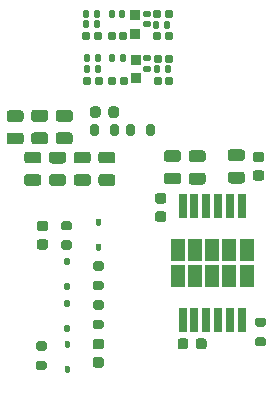
<source format=gtp>
G75*
G70*
%OFA0B0*%
%FSLAX25Y25*%
%IPPOS*%
%LPD*%
%AMOC8*
5,1,8,0,0,1.08239X$1,22.5*
%
%AMM13*
21,1,0.023620,0.018900,0.000000,-0.000000,180.000000*
21,1,0.018900,0.023620,0.000000,-0.000000,180.000000*
1,1,0.004720,-0.009450,-0.009450*
1,1,0.004720,0.009450,-0.009450*
1,1,0.004720,0.009450,0.009450*
1,1,0.004720,-0.009450,0.009450*
%
%AMM14*
21,1,0.019680,0.019680,0.000000,-0.000000,270.000000*
21,1,0.015750,0.023620,0.000000,-0.000000,270.000000*
1,1,0.003940,-0.009840,0.007870*
1,1,0.003940,-0.009840,-0.007870*
1,1,0.003940,0.009840,-0.007870*
1,1,0.003940,0.009840,0.007870*
%
%AMM15*
21,1,0.033470,0.026770,0.000000,-0.000000,270.000000*
21,1,0.026770,0.033470,0.000000,-0.000000,270.000000*
1,1,0.006690,-0.013390,0.013390*
1,1,0.006690,-0.013390,-0.013390*
1,1,0.006690,0.013390,-0.013390*
1,1,0.006690,0.013390,0.013390*
%
%AMM16*
21,1,0.019680,0.019680,0.000000,-0.000000,0.000000*
21,1,0.015750,0.023620,0.000000,-0.000000,0.000000*
1,1,0.003940,0.007870,0.009840*
1,1,0.003940,-0.007870,0.009840*
1,1,0.003940,-0.007870,-0.009840*
1,1,0.003940,0.007870,-0.009840*
%
%ADD11R,0.02559X0.07874*%
%ADD22R,0.04567X0.07677*%
%ADD44M13*%
%ADD45M14*%
%ADD46M15*%
%ADD47M16*%
X0000000Y0000000D02*
%LPD*%
G01*
G36*
G01*
X0103406Y0012165D02*
X0101240Y0012165D01*
G75*
G02*
X0100453Y0012953I0000000J0000787D01*
G01*
X0100453Y0014528D01*
G75*
G02*
X0101240Y0015315I0000787J0000000D01*
G01*
X0103406Y0015315D01*
G75*
G02*
X0104193Y0014528I0000000J-000787D01*
G01*
X0104193Y0012953D01*
G75*
G02*
X0103406Y0012165I-000787J0000000D01*
G01*
G37*
G36*
G01*
X0103406Y0018661D02*
X0101240Y0018661D01*
G75*
G02*
X0100453Y0019449I0000000J0000787D01*
G01*
X0100453Y0021024D01*
G75*
G02*
X0101240Y0021811I0000787J0000000D01*
G01*
X0103406Y0021811D01*
G75*
G02*
X0104193Y0021024I0000000J-000787D01*
G01*
X0104193Y0019449D01*
G75*
G02*
X0103406Y0018661I-000787J0000000D01*
G01*
G37*
G36*
G01*
X0018602Y0090906D02*
X0022343Y0090906D01*
G75*
G02*
X0023327Y0089921I0000000J-000984D01*
G01*
X0023327Y0087953D01*
G75*
G02*
X0022343Y0086969I-000984J0000000D01*
G01*
X0018602Y0086969D01*
G75*
G02*
X0017618Y0087953I0000000J0000984D01*
G01*
X0017618Y0089921D01*
G75*
G02*
X0018602Y0090906I0000984J0000000D01*
G01*
G37*
G36*
G01*
X0018602Y0083425D02*
X0022343Y0083425D01*
G75*
G02*
X0023327Y0082441I0000000J-000984D01*
G01*
X0023327Y0080472D01*
G75*
G02*
X0022343Y0079488I-000984J0000000D01*
G01*
X0018602Y0079488D01*
G75*
G02*
X0017618Y0080472I0000000J0000984D01*
G01*
X0017618Y0082441D01*
G75*
G02*
X0018602Y0083425I0000984J0000000D01*
G01*
G37*
G36*
G01*
X0028248Y0065669D02*
X0024508Y0065669D01*
G75*
G02*
X0023524Y0066654I0000000J0000984D01*
G01*
X0023524Y0068622D01*
G75*
G02*
X0024508Y0069606I0000984J0000000D01*
G01*
X0028248Y0069606D01*
G75*
G02*
X0029232Y0068622I0000000J-000984D01*
G01*
X0029232Y0066654D01*
G75*
G02*
X0028248Y0065669I-000984J0000000D01*
G01*
G37*
G36*
G01*
X0028248Y0073150D02*
X0024508Y0073150D01*
G75*
G02*
X0023524Y0074134I0000000J0000984D01*
G01*
X0023524Y0076102D01*
G75*
G02*
X0024508Y0077087I0000984J0000000D01*
G01*
X0028248Y0077087D01*
G75*
G02*
X0029232Y0076102I0000000J-000984D01*
G01*
X0029232Y0074134D01*
G75*
G02*
X0028248Y0073150I-000984J0000000D01*
G01*
G37*
G36*
G01*
X0034980Y0090984D02*
X0038720Y0090984D01*
G75*
G02*
X0039705Y0090000I0000000J-000984D01*
G01*
X0039705Y0088031D01*
G75*
G02*
X0038720Y0087047I-000984J0000000D01*
G01*
X0034980Y0087047D01*
G75*
G02*
X0033996Y0088031I0000000J0000984D01*
G01*
X0033996Y0090000D01*
G75*
G02*
X0034980Y0090984I0000984J0000000D01*
G01*
G37*
G36*
G01*
X0034980Y0083504D02*
X0038720Y0083504D01*
G75*
G02*
X0039705Y0082520I0000000J-000984D01*
G01*
X0039705Y0080551D01*
G75*
G02*
X0038720Y0079567I-000984J0000000D01*
G01*
X0034980Y0079567D01*
G75*
G02*
X0033996Y0080551I0000000J0000984D01*
G01*
X0033996Y0082520D01*
G75*
G02*
X0034980Y0083504I0000984J0000000D01*
G01*
G37*
G36*
G01*
X0067087Y0085366D02*
X0067087Y0083201D01*
G75*
G02*
X0066299Y0082413I-000787J0000000D01*
G01*
X0064724Y0082413D01*
G75*
G02*
X0063937Y0083201I0000000J0000787D01*
G01*
X0063937Y0085366D01*
G75*
G02*
X0064724Y0086154I0000787J0000000D01*
G01*
X0066299Y0086154D01*
G75*
G02*
X0067087Y0085366I0000000J-000787D01*
G01*
G37*
G36*
G01*
X0060591Y0085366D02*
X0060591Y0083201D01*
G75*
G02*
X0059803Y0082413I-000787J0000000D01*
G01*
X0058228Y0082413D01*
G75*
G02*
X0057441Y0083201I0000000J0000787D01*
G01*
X0057441Y0085366D01*
G75*
G02*
X0058228Y0086154I0000787J0000000D01*
G01*
X0059803Y0086154D01*
G75*
G02*
X0060591Y0085366I0000000J-000787D01*
G01*
G37*
G36*
G01*
X0055087Y0085366D02*
X0055087Y0083201D01*
G75*
G02*
X0054299Y0082413I-000787J0000000D01*
G01*
X0052724Y0082413D01*
G75*
G02*
X0051937Y0083201I0000000J0000787D01*
G01*
X0051937Y0085366D01*
G75*
G02*
X0052724Y0086154I0000787J0000000D01*
G01*
X0054299Y0086154D01*
G75*
G02*
X0055087Y0085366I0000000J-000787D01*
G01*
G37*
G36*
G01*
X0048591Y0085366D02*
X0048591Y0083201D01*
G75*
G02*
X0047803Y0082413I-000787J0000000D01*
G01*
X0046228Y0082413D01*
G75*
G02*
X0045441Y0083201I0000000J0000787D01*
G01*
X0045441Y0085366D01*
G75*
G02*
X0046228Y0086154I0000787J0000000D01*
G01*
X0047803Y0086154D01*
G75*
G02*
X0048591Y0085366I0000000J-000787D01*
G01*
G37*
G36*
G01*
X0047087Y0040610D02*
X0049252Y0040610D01*
G75*
G02*
X0050039Y0039823I0000000J-000787D01*
G01*
X0050039Y0038248D01*
G75*
G02*
X0049252Y0037461I-000787J0000000D01*
G01*
X0047087Y0037461D01*
G75*
G02*
X0046299Y0038248I0000000J0000787D01*
G01*
X0046299Y0039823D01*
G75*
G02*
X0047087Y0040610I0000787J0000000D01*
G01*
G37*
G36*
G01*
X0047087Y0034114D02*
X0049252Y0034114D01*
G75*
G02*
X0050039Y0033327I0000000J-000787D01*
G01*
X0050039Y0031752D01*
G75*
G02*
X0049252Y0030965I-000787J0000000D01*
G01*
X0047087Y0030965D01*
G75*
G02*
X0046299Y0031752I0000000J0000787D01*
G01*
X0046299Y0033327D01*
G75*
G02*
X0047087Y0034114I0000787J0000000D01*
G01*
G37*
G36*
G01*
X0083012Y0066142D02*
X0079272Y0066142D01*
G75*
G02*
X0078287Y0067126I0000000J0000984D01*
G01*
X0078287Y0069094D01*
G75*
G02*
X0079272Y0070079I0000984J0000000D01*
G01*
X0083012Y0070079D01*
G75*
G02*
X0083996Y0069094I0000000J-000984D01*
G01*
X0083996Y0067126D01*
G75*
G02*
X0083012Y0066142I-000984J0000000D01*
G01*
G37*
G36*
G01*
X0083012Y0073622D02*
X0079272Y0073622D01*
G75*
G02*
X0078287Y0074606I0000000J0000984D01*
G01*
X0078287Y0076575D01*
G75*
G02*
X0079272Y0077559I0000984J0000000D01*
G01*
X0083012Y0077559D01*
G75*
G02*
X0083996Y0076575I0000000J-000984D01*
G01*
X0083996Y0074606D01*
G75*
G02*
X0083012Y0073622I-000984J0000000D01*
G01*
G37*
G36*
G01*
X0048730Y0044094D02*
X0047844Y0044094D01*
G75*
G02*
X0047402Y0044537I0000000J0000443D01*
G01*
X0047402Y0046014D01*
G75*
G02*
X0047844Y0046457I0000443J0000000D01*
G01*
X0048730Y0046457D01*
G75*
G02*
X0049173Y0046014I0000000J-000443D01*
G01*
X0049173Y0044537D01*
G75*
G02*
X0048730Y0044094I-000443J0000000D01*
G01*
G37*
G36*
G01*
X0048730Y0052362D02*
X0047844Y0052362D01*
G75*
G02*
X0047402Y0052805I0000000J0000443D01*
G01*
X0047402Y0054281D01*
G75*
G02*
X0047844Y0054724I0000443J0000000D01*
G01*
X0048730Y0054724D01*
G75*
G02*
X0049173Y0054281I0000000J-000443D01*
G01*
X0049173Y0052805D01*
G75*
G02*
X0048730Y0052362I-000443J0000000D01*
G01*
G37*
G36*
G01*
X0037333Y0027559D02*
X0038219Y0027559D01*
G75*
G02*
X0038661Y0027116I0000000J-000443D01*
G01*
X0038661Y0025640D01*
G75*
G02*
X0038219Y0025197I-000443J0000000D01*
G01*
X0037333Y0025197D01*
G75*
G02*
X0036890Y0025640I0000000J0000443D01*
G01*
X0036890Y0027116D01*
G75*
G02*
X0037333Y0027559I0000443J0000000D01*
G01*
G37*
G36*
G01*
X0037333Y0019291D02*
X0038219Y0019291D01*
G75*
G02*
X0038661Y0018848I0000000J-000443D01*
G01*
X0038661Y0017372D01*
G75*
G02*
X0038219Y0016929I-000443J0000000D01*
G01*
X0037333Y0016929D01*
G75*
G02*
X0036890Y0017372I0000000J0000443D01*
G01*
X0036890Y0018848D01*
G75*
G02*
X0037333Y0019291I0000443J0000000D01*
G01*
G37*
G36*
G01*
X0084272Y0014016D02*
X0084272Y0012047D01*
G75*
G02*
X0083386Y0011161I-000886J0000000D01*
G01*
X0081614Y0011161D01*
G75*
G02*
X0080728Y0012047I0000000J0000886D01*
G01*
X0080728Y0014016D01*
G75*
G02*
X0081614Y0014902I0000886J0000000D01*
G01*
X0083386Y0014902D01*
G75*
G02*
X0084272Y0014016I0000000J-000886D01*
G01*
G37*
G36*
G01*
X0078169Y0014016D02*
X0078169Y0012047D01*
G75*
G02*
X0077283Y0011161I-000886J0000000D01*
G01*
X0075512Y0011161D01*
G75*
G02*
X0074626Y0012047I0000000J0000886D01*
G01*
X0074626Y0014016D01*
G75*
G02*
X0075512Y0014902I0000886J0000000D01*
G01*
X0077283Y0014902D01*
G75*
G02*
X0078169Y0014016I0000000J-000886D01*
G01*
G37*
G36*
G01*
X0028602Y0054035D02*
X0030571Y0054035D01*
G75*
G02*
X0031457Y0053150I0000000J-000886D01*
G01*
X0031457Y0051378D01*
G75*
G02*
X0030571Y0050492I-000886J0000000D01*
G01*
X0028602Y0050492D01*
G75*
G02*
X0027717Y0051378I0000000J0000886D01*
G01*
X0027717Y0053150D01*
G75*
G02*
X0028602Y0054035I0000886J0000000D01*
G01*
G37*
G36*
G01*
X0028602Y0047933D02*
X0030571Y0047933D01*
G75*
G02*
X0031457Y0047047I0000000J-000886D01*
G01*
X0031457Y0045276D01*
G75*
G02*
X0030571Y0044390I-000886J0000000D01*
G01*
X0028602Y0044390D01*
G75*
G02*
X0027717Y0045276I0000000J0000886D01*
G01*
X0027717Y0047047D01*
G75*
G02*
X0028602Y0047933I0000886J0000000D01*
G01*
G37*
G36*
G01*
X0026752Y0091024D02*
X0030492Y0091024D01*
G75*
G02*
X0031476Y0090039I0000000J-000984D01*
G01*
X0031476Y0088071D01*
G75*
G02*
X0030492Y0087087I-000984J0000000D01*
G01*
X0026752Y0087087D01*
G75*
G02*
X0025768Y0088071I0000000J0000984D01*
G01*
X0025768Y0090039D01*
G75*
G02*
X0026752Y0091024I0000984J0000000D01*
G01*
G37*
G36*
G01*
X0026752Y0083543D02*
X0030492Y0083543D01*
G75*
G02*
X0031476Y0082559I0000000J-000984D01*
G01*
X0031476Y0080591D01*
G75*
G02*
X0030492Y0079606I-000984J0000000D01*
G01*
X0026752Y0079606D01*
G75*
G02*
X0025768Y0080591I0000000J0000984D01*
G01*
X0025768Y0082559D01*
G75*
G02*
X0026752Y0083543I0000984J0000000D01*
G01*
G37*
G36*
G01*
X0038179Y0031024D02*
X0037293Y0031024D01*
G75*
G02*
X0036850Y0031467I0000000J0000443D01*
G01*
X0036850Y0032943D01*
G75*
G02*
X0037293Y0033386I0000443J0000000D01*
G01*
X0038179Y0033386D01*
G75*
G02*
X0038622Y0032943I0000000J-000443D01*
G01*
X0038622Y0031467D01*
G75*
G02*
X0038179Y0031024I-000443J0000000D01*
G01*
G37*
G36*
G01*
X0038179Y0039291D02*
X0037293Y0039291D01*
G75*
G02*
X0036850Y0039734I0000000J0000443D01*
G01*
X0036850Y0041211D01*
G75*
G02*
X0037293Y0041654I0000443J0000000D01*
G01*
X0038179Y0041654D01*
G75*
G02*
X0038622Y0041211I0000000J-000443D01*
G01*
X0038622Y0039734D01*
G75*
G02*
X0038179Y0039291I-000443J0000000D01*
G01*
G37*
D22*
X0097657Y0044469D03*
X0091909Y0044469D03*
X0086161Y0044469D03*
X0080413Y0044469D03*
X0074665Y0044469D03*
X0097657Y0035610D03*
X0091909Y0035610D03*
X0086161Y0035610D03*
X0080413Y0035610D03*
X0074665Y0035610D03*
D11*
X0096004Y0058937D03*
X0092067Y0058937D03*
X0088130Y0058937D03*
X0084193Y0058937D03*
X0080256Y0058937D03*
X0076319Y0058937D03*
X0076319Y0021142D03*
X0080256Y0021142D03*
X0084193Y0021142D03*
X0088130Y0021142D03*
X0092067Y0021142D03*
X0096004Y0021142D03*
G36*
G01*
X0052933Y0065669D02*
X0049193Y0065669D01*
G75*
G02*
X0048209Y0066654I0000000J0000984D01*
G01*
X0048209Y0068622D01*
G75*
G02*
X0049193Y0069606I0000984J0000000D01*
G01*
X0052933Y0069606D01*
G75*
G02*
X0053917Y0068622I0000000J-000984D01*
G01*
X0053917Y0066654D01*
G75*
G02*
X0052933Y0065669I-000984J0000000D01*
G01*
G37*
G36*
G01*
X0052933Y0073150D02*
X0049193Y0073150D01*
G75*
G02*
X0048209Y0074134I0000000J0000984D01*
G01*
X0048209Y0076102D01*
G75*
G02*
X0049193Y0077087I0000984J0000000D01*
G01*
X0052933Y0077087D01*
G75*
G02*
X0053917Y0076102I0000000J-000984D01*
G01*
X0053917Y0074134D01*
G75*
G02*
X0052933Y0073150I-000984J0000000D01*
G01*
G37*
G36*
G01*
X0067992Y0063307D02*
X0069961Y0063307D01*
G75*
G02*
X0070846Y0062421I0000000J-000886D01*
G01*
X0070846Y0060650D01*
G75*
G02*
X0069961Y0059764I-000886J0000000D01*
G01*
X0067992Y0059764D01*
G75*
G02*
X0067106Y0060650I0000000J0000886D01*
G01*
X0067106Y0062421D01*
G75*
G02*
X0067992Y0063307I0000886J0000000D01*
G01*
G37*
G36*
G01*
X0067992Y0057205D02*
X0069961Y0057205D01*
G75*
G02*
X0070846Y0056319I0000000J-000886D01*
G01*
X0070846Y0054547D01*
G75*
G02*
X0069961Y0053661I-000886J0000000D01*
G01*
X0067992Y0053661D01*
G75*
G02*
X0067106Y0054547I0000000J0000886D01*
G01*
X0067106Y0056319D01*
G75*
G02*
X0067992Y0057205I0000886J0000000D01*
G01*
G37*
G36*
G01*
X0036476Y0065630D02*
X0032736Y0065630D01*
G75*
G02*
X0031752Y0066614I0000000J0000984D01*
G01*
X0031752Y0068583D01*
G75*
G02*
X0032736Y0069567I0000984J0000000D01*
G01*
X0036476Y0069567D01*
G75*
G02*
X0037461Y0068583I0000000J-000984D01*
G01*
X0037461Y0066614D01*
G75*
G02*
X0036476Y0065630I-000984J0000000D01*
G01*
G37*
G36*
G01*
X0036476Y0073110D02*
X0032736Y0073110D01*
G75*
G02*
X0031752Y0074094I0000000J0000984D01*
G01*
X0031752Y0076063D01*
G75*
G02*
X0032736Y0077047I0000984J0000000D01*
G01*
X0036476Y0077047D01*
G75*
G02*
X0037461Y0076063I0000000J-000984D01*
G01*
X0037461Y0074094D01*
G75*
G02*
X0036476Y0073110I-000984J0000000D01*
G01*
G37*
G36*
G01*
X0049193Y0005059D02*
X0047224Y0005059D01*
G75*
G02*
X0046339Y0005945I0000000J0000886D01*
G01*
X0046339Y0007717D01*
G75*
G02*
X0047224Y0008602I0000886J0000000D01*
G01*
X0049193Y0008602D01*
G75*
G02*
X0050079Y0007717I0000000J-000886D01*
G01*
X0050079Y0005945D01*
G75*
G02*
X0049193Y0005059I-000886J0000000D01*
G01*
G37*
G36*
G01*
X0049193Y0011161D02*
X0047224Y0011161D01*
G75*
G02*
X0046339Y0012047I0000000J0000886D01*
G01*
X0046339Y0013819D01*
G75*
G02*
X0047224Y0014705I0000886J0000000D01*
G01*
X0049193Y0014705D01*
G75*
G02*
X0050079Y0013819I0000000J-000886D01*
G01*
X0050079Y0012047D01*
G75*
G02*
X0049193Y0011161I-000886J0000000D01*
G01*
G37*
G36*
G01*
X0049252Y0017874D02*
X0047087Y0017874D01*
G75*
G02*
X0046299Y0018661I0000000J0000787D01*
G01*
X0046299Y0020236D01*
G75*
G02*
X0047087Y0021024I0000787J0000000D01*
G01*
X0049252Y0021024D01*
G75*
G02*
X0050039Y0020236I0000000J-000787D01*
G01*
X0050039Y0018661D01*
G75*
G02*
X0049252Y0017874I-000787J0000000D01*
G01*
G37*
G36*
G01*
X0049252Y0024370D02*
X0047087Y0024370D01*
G75*
G02*
X0046299Y0025157I0000000J0000787D01*
G01*
X0046299Y0026732D01*
G75*
G02*
X0047087Y0027520I0000787J0000000D01*
G01*
X0049252Y0027520D01*
G75*
G02*
X0050039Y0026732I0000000J-000787D01*
G01*
X0050039Y0025157D01*
G75*
G02*
X0049252Y0024370I-000787J0000000D01*
G01*
G37*
G36*
G01*
X0044705Y0065669D02*
X0040965Y0065669D01*
G75*
G02*
X0039980Y0066654I0000000J0000984D01*
G01*
X0039980Y0068622D01*
G75*
G02*
X0040965Y0069606I0000984J0000000D01*
G01*
X0044705Y0069606D01*
G75*
G02*
X0045689Y0068622I0000000J-000984D01*
G01*
X0045689Y0066654D01*
G75*
G02*
X0044705Y0065669I-000984J0000000D01*
G01*
G37*
G36*
G01*
X0044705Y0073150D02*
X0040965Y0073150D01*
G75*
G02*
X0039980Y0074134I0000000J0000984D01*
G01*
X0039980Y0076102D01*
G75*
G02*
X0040965Y0077087I0000984J0000000D01*
G01*
X0044705Y0077087D01*
G75*
G02*
X0045689Y0076102I0000000J-000984D01*
G01*
X0045689Y0074134D01*
G75*
G02*
X0044705Y0073150I-000984J0000000D01*
G01*
G37*
G36*
G01*
X0037451Y0014016D02*
X0038337Y0014016D01*
G75*
G02*
X0038780Y0013573I0000000J-000443D01*
G01*
X0038780Y0012096D01*
G75*
G02*
X0038337Y0011654I-000443J0000000D01*
G01*
X0037451Y0011654D01*
G75*
G02*
X0037008Y0012096I0000000J0000443D01*
G01*
X0037008Y0013573D01*
G75*
G02*
X0037451Y0014016I0000443J0000000D01*
G01*
G37*
G36*
G01*
X0037451Y0005748D02*
X0038337Y0005748D01*
G75*
G02*
X0038780Y0005305I0000000J-000443D01*
G01*
X0038780Y0003829D01*
G75*
G02*
X0038337Y0003386I-000443J0000000D01*
G01*
X0037451Y0003386D01*
G75*
G02*
X0037008Y0003829I0000000J0000443D01*
G01*
X0037008Y0005305D01*
G75*
G02*
X0037451Y0005748I0000443J0000000D01*
G01*
G37*
G36*
G01*
X0045441Y0089299D02*
X0045441Y0091268D01*
G75*
G02*
X0046327Y0092154I0000886J0000000D01*
G01*
X0048098Y0092154D01*
G75*
G02*
X0048984Y0091268I0000000J-000886D01*
G01*
X0048984Y0089299D01*
G75*
G02*
X0048098Y0088413I-000886J0000000D01*
G01*
X0046327Y0088413D01*
G75*
G02*
X0045441Y0089299I0000000J0000886D01*
G01*
G37*
G36*
G01*
X0051543Y0089299D02*
X0051543Y0091268D01*
G75*
G02*
X0052429Y0092154I0000886J0000000D01*
G01*
X0054201Y0092154D01*
G75*
G02*
X0055087Y0091268I0000000J-000886D01*
G01*
X0055087Y0089299D01*
G75*
G02*
X0054201Y0088413I-000886J0000000D01*
G01*
X0052429Y0088413D01*
G75*
G02*
X0051543Y0089299I0000000J0000886D01*
G01*
G37*
G36*
G01*
X0036535Y0053996D02*
X0038701Y0053996D01*
G75*
G02*
X0039488Y0053209I0000000J-000787D01*
G01*
X0039488Y0051634D01*
G75*
G02*
X0038701Y0050846I-000787J0000000D01*
G01*
X0036535Y0050846D01*
G75*
G02*
X0035748Y0051634I0000000J0000787D01*
G01*
X0035748Y0053209D01*
G75*
G02*
X0036535Y0053996I0000787J0000000D01*
G01*
G37*
G36*
G01*
X0036535Y0047500D02*
X0038701Y0047500D01*
G75*
G02*
X0039488Y0046713I0000000J-000787D01*
G01*
X0039488Y0045138D01*
G75*
G02*
X0038701Y0044350I-000787J0000000D01*
G01*
X0036535Y0044350D01*
G75*
G02*
X0035748Y0045138I0000000J0000787D01*
G01*
X0035748Y0046713D01*
G75*
G02*
X0036535Y0047500I0000787J0000000D01*
G01*
G37*
G36*
G01*
X0102598Y0067382D02*
X0100630Y0067382D01*
G75*
G02*
X0099744Y0068268I0000000J0000886D01*
G01*
X0099744Y0070039D01*
G75*
G02*
X0100630Y0070925I0000886J0000000D01*
G01*
X0102598Y0070925D01*
G75*
G02*
X0103484Y0070039I0000000J-000886D01*
G01*
X0103484Y0068268D01*
G75*
G02*
X0102598Y0067382I-000886J0000000D01*
G01*
G37*
G36*
G01*
X0102598Y0073484D02*
X0100630Y0073484D01*
G75*
G02*
X0099744Y0074370I0000000J0000886D01*
G01*
X0099744Y0076142D01*
G75*
G02*
X0100630Y0077028I0000886J0000000D01*
G01*
X0102598Y0077028D01*
G75*
G02*
X0103484Y0076142I0000000J-000886D01*
G01*
X0103484Y0074370D01*
G75*
G02*
X0102598Y0073484I-000886J0000000D01*
G01*
G37*
G36*
G01*
X0074783Y0066181D02*
X0071043Y0066181D01*
G75*
G02*
X0070059Y0067165I0000000J0000984D01*
G01*
X0070059Y0069134D01*
G75*
G02*
X0071043Y0070118I0000984J0000000D01*
G01*
X0074783Y0070118D01*
G75*
G02*
X0075768Y0069134I0000000J-000984D01*
G01*
X0075768Y0067165D01*
G75*
G02*
X0074783Y0066181I-000984J0000000D01*
G01*
G37*
G36*
G01*
X0074783Y0073661D02*
X0071043Y0073661D01*
G75*
G02*
X0070059Y0074646I0000000J0000984D01*
G01*
X0070059Y0076614D01*
G75*
G02*
X0071043Y0077598I0000984J0000000D01*
G01*
X0074783Y0077598D01*
G75*
G02*
X0075768Y0076614I0000000J-000984D01*
G01*
X0075768Y0074646D01*
G75*
G02*
X0074783Y0073661I-000984J0000000D01*
G01*
G37*
G36*
G01*
X0030315Y0004232D02*
X0028150Y0004232D01*
G75*
G02*
X0027362Y0005020I0000000J0000787D01*
G01*
X0027362Y0006594D01*
G75*
G02*
X0028150Y0007382I0000787J0000000D01*
G01*
X0030315Y0007382D01*
G75*
G02*
X0031102Y0006594I0000000J-000787D01*
G01*
X0031102Y0005020D01*
G75*
G02*
X0030315Y0004232I-000787J0000000D01*
G01*
G37*
G36*
G01*
X0030315Y0010728D02*
X0028150Y0010728D01*
G75*
G02*
X0027362Y0011516I0000000J0000787D01*
G01*
X0027362Y0013091D01*
G75*
G02*
X0028150Y0013878I0000787J0000000D01*
G01*
X0030315Y0013878D01*
G75*
G02*
X0031102Y0013091I0000000J-000787D01*
G01*
X0031102Y0011516D01*
G75*
G02*
X0030315Y0010728I-000787J0000000D01*
G01*
G37*
G36*
G01*
X0096083Y0066457D02*
X0092343Y0066457D01*
G75*
G02*
X0091358Y0067441I0000000J0000984D01*
G01*
X0091358Y0069409D01*
G75*
G02*
X0092343Y0070394I0000984J0000000D01*
G01*
X0096083Y0070394D01*
G75*
G02*
X0097067Y0069409I0000000J-000984D01*
G01*
X0097067Y0067441D01*
G75*
G02*
X0096083Y0066457I-000984J0000000D01*
G01*
G37*
G36*
G01*
X0096083Y0073937D02*
X0092343Y0073937D01*
G75*
G02*
X0091358Y0074921I0000000J0000984D01*
G01*
X0091358Y0076890D01*
G75*
G02*
X0092343Y0077874I0000984J0000000D01*
G01*
X0096083Y0077874D01*
G75*
G02*
X0097067Y0076890I0000000J-000984D01*
G01*
X0097067Y0074921D01*
G75*
G02*
X0096083Y0073937I-000984J0000000D01*
G01*
G37*
X0039724Y0125787D02*
G01*
G75*
D44*
X0067677Y0115551D02*
D03*
X0071614Y0115551D02*
D03*
X0056554Y0115551D02*
D03*
X0052617Y0115551D02*
D03*
X0048188Y0115551D02*
D03*
X0044251Y0115551D02*
D03*
X0067677Y0122834D02*
D03*
X0071614Y0122834D02*
D03*
D45*
X0064292Y0123031D02*
D03*
X0064292Y0119488D02*
D03*
D46*
X0060407Y0116318D02*
D03*
X0060407Y0122539D02*
D03*
D47*
X0047795Y0119488D02*
D03*
X0044252Y0119488D02*
D03*
X0056161Y0123031D02*
D03*
X0052618Y0123031D02*
D03*
X0071023Y0119430D02*
D03*
X0067480Y0119430D02*
D03*
X0044252Y0123031D02*
D03*
X0047795Y0123031D02*
D03*
X0040020Y0110965D02*
G01*
G75*
D44*
X0067973Y0100729D02*
D03*
X0071910Y0100729D02*
D03*
X0056850Y0100729D02*
D03*
X0052913Y0100729D02*
D03*
X0048484Y0100729D02*
D03*
X0044547Y0100729D02*
D03*
X0067973Y0108012D02*
D03*
X0071910Y0108012D02*
D03*
D45*
X0064588Y0108209D02*
D03*
X0064588Y0104666D02*
D03*
D46*
X0060703Y0101496D02*
D03*
X0060703Y0107717D02*
D03*
D47*
X0048091Y0104666D02*
D03*
X0044548Y0104666D02*
D03*
X0056457Y0108209D02*
D03*
X0052914Y0108209D02*
D03*
X0071319Y0104608D02*
D03*
X0067776Y0104608D02*
D03*
X0044548Y0108209D02*
D03*
X0048091Y0108209D02*
D03*
M02*

</source>
